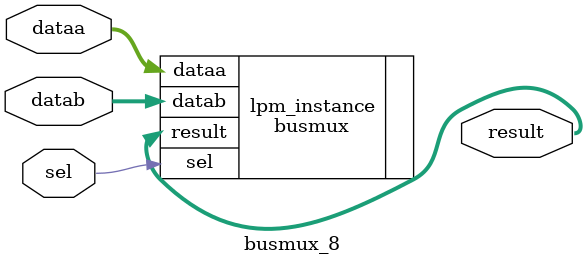
<source format=v>



module busmux_8(sel,dataa,datab,result);
input sel;
input [6:0] dataa;
input [6:0] datab;
output [6:0] result;

busmux	lpm_instance(.sel(sel),.dataa(dataa),.datab(datab),.result(result));
	defparam	lpm_instance.width = 7;

endmodule

</source>
